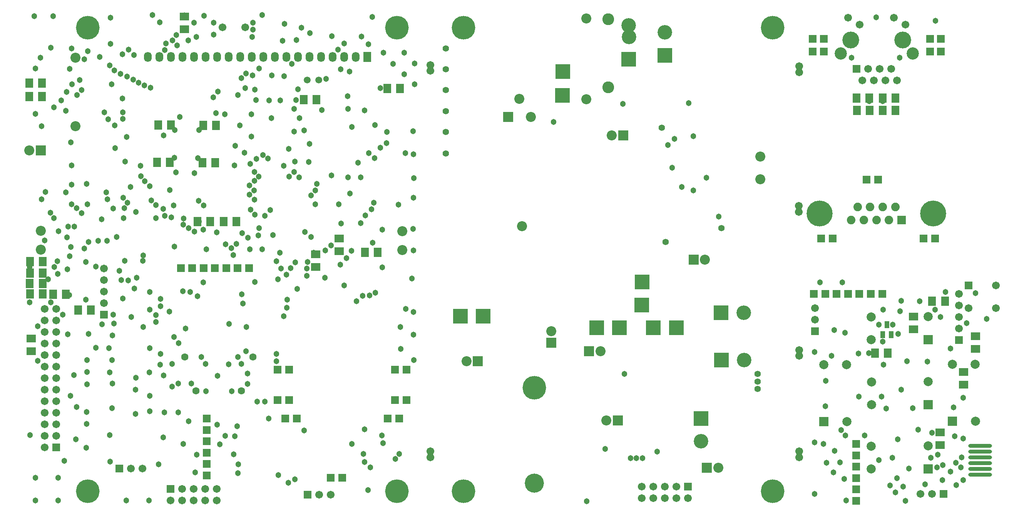
<source format=gbs>
%FSLAX43Y43*%
%MOMM*%
G71*
G01*
G75*
%ADD10C,0.300*%
%ADD11C,0.200*%
%ADD12R,1.600X1.800*%
%ADD13R,0.550X1.450*%
%ADD14R,0.550X1.450*%
%ADD15R,0.850X1.300*%
%ADD16C,0.063*%
%ADD17R,10.200X7.300*%
%ADD18R,3.500X2.150*%
%ADD19R,1.100X2.150*%
%ADD20R,1.100X2.150*%
%ADD21R,0.600X2.200*%
%ADD22R,0.600X2.200*%
%ADD23R,2.200X0.600*%
%ADD24R,2.200X0.600*%
%ADD25R,1.800X1.600*%
%ADD26R,1.300X0.850*%
%ADD27R,1.000X2.600*%
%ADD28R,8.000X3.500*%
%ADD29R,6.000X6.000*%
%ADD30R,4.000X3.000*%
%ADD31R,3.000X4.000*%
%ADD32O,5.000X0.600*%
%ADD33R,0.600X1.550*%
%ADD34R,0.600X1.550*%
%ADD35R,1.700X0.600*%
%ADD36R,1.700X0.600*%
%ADD37R,2.700X2.500*%
%ADD38C,1.000*%
%ADD39C,0.400*%
%ADD40C,0.250*%
%ADD41C,0.500*%
%ADD42C,0.800*%
%ADD43C,0.700*%
%ADD44C,1.500*%
%ADD45C,0.600*%
%ADD46C,2.000*%
%ADD47C,0.254*%
%ADD48R,3.000X3.000*%
%ADD49C,1.500*%
%ADD50R,1.500X1.500*%
%ADD51C,5.000*%
%ADD52C,2.400*%
%ADD53C,4.000*%
%ADD54C,2.000*%
%ADD55R,2.000X2.000*%
%ADD56C,1.300*%
%ADD57C,1.400*%
%ADD58C,5.500*%
%ADD59C,3.000*%
%ADD60C,1.800*%
%ADD61R,1.800X1.800*%
%ADD62C,3.500*%
%ADD63C,2.500*%
%ADD64C,1.690*%
%ADD65R,1.690X1.690*%
%ADD66O,1.500X2.000*%
%ADD67R,1.500X2.000*%
%ADD68C,1.200*%
%ADD69C,1.100*%
%ADD70C,0.180*%
%ADD71C,0.150*%
%ADD72C,0.480*%
%ADD73R,1.803X2.003*%
%ADD74R,0.753X1.653*%
%ADD75R,0.753X1.653*%
%ADD76R,1.053X1.503*%
%ADD77R,10.403X7.503*%
%ADD78R,3.703X2.353*%
%ADD79R,1.303X2.353*%
%ADD80R,1.303X2.353*%
%ADD81R,0.803X2.403*%
%ADD82R,0.803X2.403*%
%ADD83R,2.403X0.803*%
%ADD84R,2.403X0.803*%
%ADD85R,2.003X1.803*%
%ADD86R,1.503X1.053*%
%ADD87R,1.203X2.803*%
%ADD88R,8.203X3.703*%
%ADD89R,6.203X6.203*%
%ADD90R,4.203X3.203*%
%ADD91R,3.203X4.203*%
%ADD92O,5.203X0.803*%
%ADD93R,0.803X1.753*%
%ADD94R,0.803X1.753*%
%ADD95R,1.903X0.803*%
%ADD96R,1.903X0.803*%
%ADD97R,2.903X2.703*%
%ADD98R,3.203X3.203*%
%ADD99C,1.703*%
%ADD100R,1.703X1.703*%
%ADD101C,5.203*%
%ADD102C,2.603*%
%ADD103C,4.203*%
%ADD104C,2.203*%
%ADD105R,2.203X2.203*%
%ADD106C,1.503*%
%ADD107C,1.603*%
%ADD108C,5.703*%
%ADD109C,3.203*%
%ADD110C,2.003*%
%ADD111R,2.003X2.003*%
%ADD112C,3.703*%
%ADD113C,2.703*%
%ADD114C,1.893*%
%ADD115R,1.893X1.893*%
%ADD116O,1.703X2.203*%
%ADD117R,1.703X2.203*%
%ADD118C,1.403*%
%ADD119C,1.303*%
D73*
X107992Y30407D02*
D03*
X105192Y30407D02*
D03*
X-52497Y80597D02*
D03*
X-49697D02*
D03*
X-77903Y43403D02*
D03*
X-80703D02*
D03*
X-17703Y86203D02*
D03*
X-20503D02*
D03*
X-39803Y80503D02*
D03*
X-39903Y72303D02*
D03*
X-42703D02*
D03*
X-52697Y72397D02*
D03*
X-49897D02*
D03*
X-6997Y52597D02*
D03*
X-4197D02*
D03*
X-2097Y88697D02*
D03*
X703D02*
D03*
X-75597Y43397D02*
D03*
X-72797Y43397D02*
D03*
X-80697Y50597D02*
D03*
X-77897D02*
D03*
X-77905Y45712D02*
D03*
X-80705D02*
D03*
X-80697Y47997D02*
D03*
X-77897D02*
D03*
X103938Y86557D02*
D03*
X101138D02*
D03*
X106863Y83843D02*
D03*
X109663D02*
D03*
X109638Y86557D02*
D03*
X106838Y86557D02*
D03*
X101163Y83843D02*
D03*
X103963Y83843D02*
D03*
X117750Y41850D02*
D03*
X120550D02*
D03*
X-43797Y59397D02*
D03*
X-40997D02*
D03*
X-38097D02*
D03*
X-35297D02*
D03*
X-70097Y39897D02*
D03*
X-67297D02*
D03*
X-78003Y89803D02*
D03*
X-80803Y89803D02*
D03*
X-78005Y86912D02*
D03*
X-80805D02*
D03*
X-42603Y80503D02*
D03*
D76*
X107798Y36698D02*
D03*
X106848Y34498D02*
D03*
X108748Y34498D02*
D03*
D85*
X124650Y26250D02*
D03*
X124650Y23450D02*
D03*
X-17803Y52197D02*
D03*
Y49397D02*
D03*
X-12697Y52803D02*
D03*
Y55603D02*
D03*
X-46697Y104503D02*
D03*
X-46697Y101703D02*
D03*
X-80400Y33600D02*
D03*
Y30800D02*
D03*
X127250Y31350D02*
D03*
Y34150D02*
D03*
X113650Y38450D02*
D03*
Y35650D02*
D03*
X119450Y10150D02*
D03*
Y12950D02*
D03*
D92*
X128300Y3650D02*
D03*
Y4925D02*
D03*
Y6200D02*
D03*
Y7450D02*
D03*
Y8725D02*
D03*
Y10000D02*
D03*
D98*
X36555Y92350D02*
D03*
X51000Y95050D02*
D03*
X58951Y95900D02*
D03*
X61455Y36000D02*
D03*
X53911Y40961D02*
D03*
X48955Y36000D02*
D03*
X53955Y46050D02*
D03*
X13955Y38500D02*
D03*
X36455Y87150D02*
D03*
X43955Y36000D02*
D03*
X18955Y38500D02*
D03*
X56455Y36000D02*
D03*
X71300Y39286D02*
D03*
X71400Y28886D02*
D03*
X66897Y16051D02*
D03*
D99*
X92000Y40280D02*
D03*
Y37740D02*
D03*
X131791Y40299D02*
D03*
Y45299D02*
D03*
X125791Y40299D02*
D03*
X102375Y90450D02*
D03*
X103645Y93000D02*
D03*
X104915Y90450D02*
D03*
X106185Y93000D02*
D03*
X107455Y90450D02*
D03*
X108725Y93000D02*
D03*
X109995Y90450D02*
D03*
X99240Y104250D02*
D03*
X101780Y102730D02*
D03*
X109350Y104250D02*
D03*
X111860Y102730D02*
D03*
X53895Y-1490D02*
D03*
X53895Y1050D02*
D03*
X56435Y-1490D02*
D03*
X56435Y1050D02*
D03*
X58975Y-1490D02*
D03*
X58975Y1050D02*
D03*
X61515D02*
D03*
X64055Y-1490D02*
D03*
X61515D02*
D03*
X-55920Y5000D02*
D03*
X-14529Y-711D02*
D03*
X-17069D02*
D03*
X-64400Y46520D02*
D03*
Y49060D02*
D03*
Y43980D02*
D03*
Y41440D02*
D03*
X-47260Y-2040D02*
D03*
X-39640D02*
D03*
Y500D02*
D03*
X-42180Y-2040D02*
D03*
Y500D02*
D03*
X-44720D02*
D03*
X-47260D02*
D03*
X-49800Y-2040D02*
D03*
X-77425Y30000D02*
D03*
X-74880Y27465D02*
D03*
Y24925D02*
D03*
Y30005D02*
D03*
Y17305D02*
D03*
Y14765D02*
D03*
X-77420Y35085D02*
D03*
X-77420Y12225D02*
D03*
X-74880Y37625D02*
D03*
X-77420Y32545D02*
D03*
X-74880D02*
D03*
X-77420Y17305D02*
D03*
X-74880Y19845D02*
D03*
X-77420Y9685D02*
D03*
Y14765D02*
D03*
X-77420Y24925D02*
D03*
X-74880Y12225D02*
D03*
Y22385D02*
D03*
X-77420D02*
D03*
X-77425Y40150D02*
D03*
X-77420Y37625D02*
D03*
X-74880Y40165D02*
D03*
Y35085D02*
D03*
X-77420Y19845D02*
D03*
X-33300Y102100D02*
D03*
X-38300D02*
D03*
X123650Y35840D02*
D03*
Y38380D02*
D03*
Y40920D02*
D03*
Y43460D02*
D03*
X117710Y-550D02*
D03*
X115170D02*
D03*
X-77420Y27465D02*
D03*
X-44720Y-2040D02*
D03*
X-58460Y5000D02*
D03*
X7350Y8850D02*
D03*
Y7500D02*
D03*
Y92550D02*
D03*
Y93850D02*
D03*
X88500Y8850D02*
D03*
Y7500D02*
D03*
Y29800D02*
D03*
Y31100D02*
D03*
Y93550D02*
D03*
Y92250D02*
D03*
X88450Y62800D02*
D03*
Y61450D02*
D03*
D100*
X92000Y35200D02*
D03*
X125791Y45299D02*
D03*
X101105Y93000D02*
D03*
X-32500Y49100D02*
D03*
X64055Y1050D02*
D03*
X-61000Y5000D02*
D03*
X-400Y26800D02*
D03*
Y20050D02*
D03*
X500Y16000D02*
D03*
X2100Y20050D02*
D03*
X-26200Y26800D02*
D03*
X-23700D02*
D03*
X-24500Y16000D02*
D03*
X-22000D02*
D03*
X-19609Y-711D02*
D03*
X-14500Y3000D02*
D03*
X-12000D02*
D03*
X-2000Y16000D02*
D03*
X-45000Y49100D02*
D03*
X-47500D02*
D03*
X-64400Y38900D02*
D03*
X-41800Y16000D02*
D03*
X-41800Y13500D02*
D03*
Y11000D02*
D03*
Y8500D02*
D03*
Y6000D02*
D03*
X-41800Y3500D02*
D03*
X-42500Y49100D02*
D03*
X-40000D02*
D03*
X-37500D02*
D03*
X-35000D02*
D03*
X106750Y43450D02*
D03*
X101050Y2900D02*
D03*
X101050Y400D02*
D03*
X101050Y10400D02*
D03*
Y7900D02*
D03*
Y5400D02*
D03*
X91750Y43450D02*
D03*
X94250Y43450D02*
D03*
X96750Y43450D02*
D03*
X99250Y43450D02*
D03*
X101750Y43450D02*
D03*
X104250Y43450D02*
D03*
X101050Y-2100D02*
D03*
X93950Y96800D02*
D03*
X93950Y99600D02*
D03*
X91450Y99600D02*
D03*
X117250D02*
D03*
X119650D02*
D03*
X91450Y96800D02*
D03*
X117250D02*
D03*
X118350Y55600D02*
D03*
X115850D02*
D03*
X105850Y68600D02*
D03*
X103350D02*
D03*
X95850Y55600D02*
D03*
X93350D02*
D03*
X2100Y26800D02*
D03*
X-23700Y20050D02*
D03*
X-26200D02*
D03*
X-74880Y9685D02*
D03*
X119650Y96800D02*
D03*
X123650Y33300D02*
D03*
X120250Y-550D02*
D03*
X-49800Y500D02*
D03*
D101*
X30245Y22795D02*
D03*
X82700Y102000D02*
D03*
X14700D02*
D03*
X14700Y0D02*
D03*
X0Y102000D02*
D03*
X0Y0D02*
D03*
X82700D02*
D03*
X-68000D02*
D03*
Y102000D02*
D03*
D102*
X46500Y88900D02*
D03*
X46500Y103900D02*
D03*
D103*
X30246Y1795D02*
D03*
D104*
X27555Y58350D02*
D03*
X70716Y5142D02*
D03*
X46093Y15558D02*
D03*
X44816Y30792D02*
D03*
X47293Y78358D02*
D03*
X67766Y50992D02*
D03*
X33974Y35204D02*
D03*
X15343Y28658D02*
D03*
X79949Y68704D02*
D03*
Y73704D02*
D03*
X-70700Y95400D02*
D03*
Y80400D02*
D03*
X-80800Y75000D02*
D03*
X41708Y104093D02*
D03*
Y86313D02*
D03*
X29455Y82400D02*
D03*
X26955Y86400D02*
D03*
X1200Y53100D02*
D03*
X-78300Y57300D02*
D03*
X1200Y57250D02*
D03*
X-78300Y53150D02*
D03*
D105*
X68216Y5142D02*
D03*
X48593Y15558D02*
D03*
X42316Y30792D02*
D03*
X49793Y78358D02*
D03*
X65266Y50992D02*
D03*
X33974Y32704D02*
D03*
X17843Y28658D02*
D03*
X-78300Y75000D02*
D03*
X24455Y82400D02*
D03*
D106*
X-19700Y90500D02*
D03*
X-17200D02*
D03*
D107*
X-46644Y29590D02*
D03*
X-31644Y29590D02*
D03*
X-34144Y22090D02*
D03*
X-44144D02*
D03*
D108*
X92996Y61136D02*
D03*
X117986D02*
D03*
D109*
X51000Y102550D02*
D03*
X51050Y100000D02*
D03*
X58951Y101000D02*
D03*
X76300Y39286D02*
D03*
X76400Y28886D02*
D03*
X66897Y11051D02*
D03*
D110*
X104400Y24050D02*
D03*
Y19050D02*
D03*
X116900Y24130D02*
D03*
X104350Y33400D02*
D03*
X116850Y38480D02*
D03*
X104350Y38400D02*
D03*
X104350Y4900D02*
D03*
X116850Y9980D02*
D03*
X104350Y9900D02*
D03*
X127300Y15450D02*
D03*
X122220Y27950D02*
D03*
X127220D02*
D03*
X93950Y27850D02*
D03*
X99030Y15350D02*
D03*
X98950Y27850D02*
D03*
D111*
X116900Y19050D02*
D03*
X116850Y33400D02*
D03*
X116850Y4900D02*
D03*
X122220Y15450D02*
D03*
X93950Y15350D02*
D03*
D112*
X99850Y99350D02*
D03*
X111250D02*
D03*
D113*
X113450Y96350D02*
D03*
X97650D02*
D03*
D114*
X99951Y59716D02*
D03*
X109646Y62556D02*
D03*
X108261Y59716D02*
D03*
X106876Y62556D02*
D03*
X105491Y59716D02*
D03*
X104106Y62556D02*
D03*
X102721Y59716D02*
D03*
X101336Y62556D02*
D03*
D115*
X111031Y59716D02*
D03*
D116*
X-26843Y95631D02*
D03*
X-16683D02*
D03*
X-14143D02*
D03*
X-47163D02*
D03*
X-44623D02*
D03*
X-42083D02*
D03*
X-39543D02*
D03*
X-37003D02*
D03*
X-34463D02*
D03*
X-31923D02*
D03*
X-29383D02*
D03*
X-49703D02*
D03*
X-19223D02*
D03*
X-54783D02*
D03*
X-52243D02*
D03*
X-24303D02*
D03*
X-11603D02*
D03*
X-9063D02*
D03*
X-21763D02*
D03*
D117*
X-6523D02*
D03*
D118*
X10800Y92850D02*
D03*
Y88350D02*
D03*
Y83700D02*
D03*
Y79050D02*
D03*
Y74350D02*
D03*
Y97450D02*
D03*
X79368Y25850D02*
D03*
X79352Y22557D02*
D03*
X79355Y24157D02*
D03*
X71405Y57950D02*
D03*
X59105Y54850D02*
D03*
X58255Y80000D02*
D03*
D119*
X109048Y36698D02*
D03*
X120650Y43850D02*
D03*
X110950Y41900D02*
D03*
X115000Y41850D02*
D03*
X96200Y35450D02*
D03*
X106000Y36650D02*
D03*
X97950Y45950D02*
D03*
X93050D02*
D03*
X94350Y24350D02*
D03*
X94250Y18750D02*
D03*
X122700Y12100D02*
D03*
X111400Y1000D02*
D03*
X106050Y6850D02*
D03*
X110950Y22350D02*
D03*
X107050Y27850D02*
D03*
X112250Y28650D02*
D03*
X116700Y28550D02*
D03*
X121800Y31400D02*
D03*
X129700Y37950D02*
D03*
X125350Y37000D02*
D03*
X122450Y18450D02*
D03*
X113500Y18300D02*
D03*
X107600Y18250D02*
D03*
X112600Y5000D02*
D03*
X103800Y30400D02*
D03*
X98600Y34900D02*
D03*
X106850Y32950D02*
D03*
X110300Y34650D02*
D03*
X110700Y39650D02*
D03*
X107000Y39950D02*
D03*
X-25500Y49050D02*
D03*
X-7050Y83850D02*
D03*
X57255Y8700D02*
D03*
X45855Y9350D02*
D03*
X51405Y7300D02*
D03*
X52705D02*
D03*
X54005D02*
D03*
X41755Y-2150D02*
D03*
X62655Y67000D02*
D03*
X65205Y66200D02*
D03*
X70805Y60450D02*
D03*
X65255Y78150D02*
D03*
X68105Y69000D02*
D03*
X50105Y25850D02*
D03*
X59605Y76200D02*
D03*
X64205Y85400D02*
D03*
X49705Y85300D02*
D03*
X34505Y81300D02*
D03*
X60555Y71200D02*
D03*
X61055Y77550D02*
D03*
X109650Y-250D02*
D03*
X111850Y-2100D02*
D03*
X120000Y2450D02*
D03*
X124550D02*
D03*
X120050Y5800D02*
D03*
X124100Y5300D02*
D03*
X110150Y11450D02*
D03*
X110000Y2850D02*
D03*
X118850Y5250D02*
D03*
X121800Y4300D02*
D03*
X116200Y1500D02*
D03*
X123050Y1400D02*
D03*
X123000Y6300D02*
D03*
X124200Y7450D02*
D03*
X108500Y1300D02*
D03*
X108950Y7400D02*
D03*
X117500Y7350D02*
D03*
X119000Y8050D02*
D03*
X101650Y20850D02*
D03*
X106600D02*
D03*
X124550Y20550D02*
D03*
Y11600D02*
D03*
X-72750Y83750D02*
D03*
X-30950Y86150D02*
D03*
X-40300Y100550D02*
D03*
X-48450Y100400D02*
D03*
X-34950Y87200D02*
D03*
X-34150Y90950D02*
D03*
X118450Y103550D02*
D03*
X105400Y104350D02*
D03*
X-51100Y17350D02*
D03*
X-48050Y23750D02*
D03*
Y17400D02*
D03*
X-72000Y43150D02*
D03*
X-80750Y41550D02*
D03*
X-5400Y104400D02*
D03*
X-62950Y104250D02*
D03*
X-42000Y22000D02*
D03*
X-36300D02*
D03*
X-44350Y4200D02*
D03*
X93800Y10400D02*
D03*
X-28200Y16000D02*
D03*
X-7050Y13650D02*
D03*
X-49050Y62950D02*
D03*
X-51400Y62150D02*
D03*
X-52000Y42350D02*
D03*
X-62400Y38850D02*
D03*
X-46900Y60050D02*
D03*
X-70900Y58300D02*
D03*
X-68400Y42200D02*
D03*
X-71900Y51750D02*
D03*
X-47000Y58700D02*
D03*
X-74400Y57250D02*
D03*
X-74650Y50600D02*
D03*
X-68350Y50500D02*
D03*
X-45800Y57950D02*
D03*
X-72550Y55900D02*
D03*
X-72450Y48850D02*
D03*
X-61600Y55950D02*
D03*
X-60600Y46500D02*
D03*
X-59250Y63500D02*
D03*
X-68700Y95100D02*
D03*
X-60150Y64650D02*
D03*
X-68000Y96850D02*
D03*
X-50800Y98550D02*
D03*
X-62950Y98450D02*
D03*
X-49300Y99250D02*
D03*
X-46700Y104750D02*
D03*
X-65300Y95600D02*
D03*
X-18300Y52500D02*
D03*
X-7050Y52600D02*
D03*
X-11050Y51279D02*
D03*
X-12750Y55500D02*
D03*
X-15700Y53000D02*
D03*
X-12450Y49850D02*
D03*
X-3250Y12300D02*
D03*
X-20400Y13400D02*
D03*
X-22400Y2600D02*
D03*
X-21700Y88450D02*
D03*
X-31200Y88400D02*
D03*
X-27450Y91500D02*
D03*
X-31750Y91550D02*
D03*
X-44100Y100000D02*
D03*
X-31850Y100000D02*
D03*
X-25150Y99150D02*
D03*
X-45900Y99200D02*
D03*
X-67800Y34600D02*
D03*
X-72350Y34550D02*
D03*
X110600Y95400D02*
D03*
X100000D02*
D03*
X106850Y85900D02*
D03*
X103950D02*
D03*
X98650Y12250D02*
D03*
X97500Y6350D02*
D03*
X94550Y6300D02*
D03*
X91850Y10800D02*
D03*
X91850Y30650D02*
D03*
X98450Y2750D02*
D03*
X95600Y29800D02*
D03*
X96250Y8900D02*
D03*
X127300Y43600D02*
D03*
X118400Y40000D02*
D03*
X102900Y12250D02*
D03*
X117750Y12900D02*
D03*
X119600Y38400D02*
D03*
X-78400Y95400D02*
D03*
X101500Y30300D02*
D03*
X114650Y13550D02*
D03*
X97700Y13450D02*
D03*
X-44000Y8050D02*
D03*
X-37750Y12200D02*
D03*
X-34950Y29550D02*
D03*
X-42950Y29600D02*
D03*
X-73100Y6700D02*
D03*
X-53000Y37250D02*
D03*
X-33050Y36150D02*
D03*
X-68300Y9600D02*
D03*
X-68250Y14850D02*
D03*
X-68200Y17450D02*
D03*
X-62600Y18297D02*
D03*
X-70400Y18550D02*
D03*
X-61050Y48500D02*
D03*
X-63100Y93750D02*
D03*
X-62150Y92600D02*
D03*
X-60800Y91850D02*
D03*
X-59350Y91250D02*
D03*
X-58000Y90600D02*
D03*
X-56750Y89900D02*
D03*
X-55500Y89300D02*
D03*
X-54200Y88800D02*
D03*
X-27800Y61900D02*
D03*
X-29050Y19700D02*
D03*
X-29050Y60650D02*
D03*
X-7300Y8250D02*
D03*
X550D02*
D03*
X-7050Y6450D02*
D03*
X-350Y7150D02*
D03*
X-26050Y3600D02*
D03*
X-5800Y5300D02*
D03*
X-9850Y10450D02*
D03*
X-3000Y10600D02*
D03*
X-23850Y1850D02*
D03*
X-6300Y300D02*
D03*
X-30750Y19750D02*
D03*
X-4700Y43700D02*
D03*
X-6000Y43100D02*
D03*
X-7500Y43000D02*
D03*
X-8850Y41800D02*
D03*
X-34150Y28000D02*
D03*
X-26500Y30250D02*
D03*
X-46450Y35800D02*
D03*
X-55800Y36150D02*
D03*
X-54350Y17600D02*
D03*
X-45200Y23700D02*
D03*
X-32850Y23650D02*
D03*
X-7950Y59000D02*
D03*
X-6900Y60700D02*
D03*
X-5550Y62050D02*
D03*
X-5050Y63500D02*
D03*
X2000Y40150D02*
D03*
X-19800Y47450D02*
D03*
X-24300Y47700D02*
D03*
X-30400Y69300D02*
D03*
X-31300Y70300D02*
D03*
X-23350Y49100D02*
D03*
X-19750Y49000D02*
D03*
X-31300Y68300D02*
D03*
X-22350Y50400D02*
D03*
X-19650Y50450D02*
D03*
X-32400Y67350D02*
D03*
X-31350Y66250D02*
D03*
X-32400Y65250D02*
D03*
X-31300Y64200D02*
D03*
X-4900Y73350D02*
D03*
X-6150Y74400D02*
D03*
X-62550Y34297D02*
D03*
X-53000Y38750D02*
D03*
X-69300Y61200D02*
D03*
X-69350Y88350D02*
D03*
X-39350Y88000D02*
D03*
X-62350Y62200D02*
D03*
X-70450Y62350D02*
D03*
X-70300Y87250D02*
D03*
X-40350Y86700D02*
D03*
X-11600Y98550D02*
D03*
X-51000Y97100D02*
D03*
X-48350Y98100D02*
D03*
X-22100Y99350D02*
D03*
X-34955Y4000D02*
D03*
X-52400Y5950D02*
D03*
X-54350Y21000D02*
D03*
X-68100Y23550D02*
D03*
X-62547Y23700D02*
D03*
X-71000Y25600D02*
D03*
X-75350Y49400D02*
D03*
X-66150Y49450D02*
D03*
X-74550Y47850D02*
D03*
X-63100Y26200D02*
D03*
X-54400D02*
D03*
X-68150Y28850D02*
D03*
Y26250D02*
D03*
X-76650Y46700D02*
D03*
X-64950Y59900D02*
D03*
X-66150Y31550D02*
D03*
X-63300Y31500D02*
D03*
X-54300D02*
D03*
X-75400Y60150D02*
D03*
X-77650Y50300D02*
D03*
X-63650Y64300D02*
D03*
X-78100D02*
D03*
X-36000Y52000D02*
D03*
X-55850Y50700D02*
D03*
X-59850D02*
D03*
X-62200Y36900D02*
D03*
X-58400Y38400D02*
D03*
X-54350Y39950D02*
D03*
X-64850Y36750D02*
D03*
X-72750Y65800D02*
D03*
X-77300Y65900D02*
D03*
X-62650Y28897D02*
D03*
X-52000Y30200D02*
D03*
X-51950Y40700D02*
D03*
X-47950Y32600D02*
D03*
X-48950Y53900D02*
D03*
X-49000Y33950D02*
D03*
X-30300Y93100D02*
D03*
X-29450Y74000D02*
D03*
X-28350Y73250D02*
D03*
X-52050Y27900D02*
D03*
X-51000Y60600D02*
D03*
X-32150Y61950D02*
D03*
X-50050Y39550D02*
D03*
X-49600Y60300D02*
D03*
X-31200Y60850D02*
D03*
X-78150Y80400D02*
D03*
X-53700Y104800D02*
D03*
X-34850Y5950D02*
D03*
X-35600Y12100D02*
D03*
X-35100Y14300D02*
D03*
X-37650Y54350D02*
D03*
X-68750Y53400D02*
D03*
X-35300Y54450D02*
D03*
X-32700Y55800D02*
D03*
X-60300Y86450D02*
D03*
X-73800Y86050D02*
D03*
X-60250Y83400D02*
D03*
X-64300D02*
D03*
X-58600Y66950D02*
D03*
X-56300Y69350D02*
D03*
X-55400Y68250D02*
D03*
X-54300Y67150D02*
D03*
X-52950Y63000D02*
D03*
X-42500Y62950D02*
D03*
X-39600Y57000D02*
D03*
X-34050Y56800D02*
D03*
X-34100Y43400D02*
D03*
X-60250Y82000D02*
D03*
X-63450Y81850D02*
D03*
X-43550Y63900D02*
D03*
X-45400Y43900D02*
D03*
X-21900Y44550D02*
D03*
X-36900Y36850D02*
D03*
X-24850Y38500D02*
D03*
X-7800Y100100D02*
D03*
X-24700Y102900D02*
D03*
X-29600Y104800D02*
D03*
X-42600Y46007D02*
D03*
X-59050Y46400D02*
D03*
X-60100Y60100D02*
D03*
X-76150Y61350D02*
D03*
X-57250Y47000D02*
D03*
X-63900Y65800D02*
D03*
X-59950Y62300D02*
D03*
X-68050Y63150D02*
D03*
X-68200Y67700D02*
D03*
X-59750Y72600D02*
D03*
X-32300Y53250D02*
D03*
X-29600Y53250D02*
D03*
X-3600Y88750D02*
D03*
X1850Y74400D02*
D03*
X-30900Y73200D02*
D03*
X-12750Y63200D02*
D03*
X-22450Y72600D02*
D03*
X-23650Y69300D02*
D03*
X-22550Y70250D02*
D03*
X-21500Y69100D02*
D03*
X-55800Y51950D02*
D03*
X-25750Y52500D02*
D03*
X-24850Y71650D02*
D03*
X-32200Y72050D02*
D03*
X-75450Y84500D02*
D03*
X-22150Y86100D02*
D03*
X-27550Y82150D02*
D03*
X-21400D02*
D03*
X-3600Y75600D02*
D03*
X-23800Y75400D02*
D03*
X-33350Y88700D02*
D03*
X-33150Y91950D02*
D03*
X-24750Y91400D02*
D03*
X-26450Y50650D02*
D03*
X-20400Y79450D02*
D03*
X-9900Y80150D02*
D03*
X-20200Y57100D02*
D03*
X-19350Y72500D02*
D03*
X-8500Y72350D02*
D03*
X-12350Y92900D02*
D03*
X-17550Y67650D02*
D03*
X-17900Y66250D02*
D03*
X-18850Y65150D02*
D03*
X-43850Y42950D02*
D03*
X-54350Y43900D02*
D03*
X-53000Y60150D02*
D03*
X-57400Y61450D02*
D03*
X-48600Y70200D02*
D03*
X-14450Y54100D02*
D03*
X-24200Y40400D02*
D03*
X-24100Y42200D02*
D03*
X-11600Y45300D02*
D03*
X3350Y46850D02*
D03*
X-9950Y52900D02*
D03*
X-35500Y76000D02*
D03*
X-2250Y76600D02*
D03*
X-19200Y76500D02*
D03*
X-12700Y52750D02*
D03*
X-48800Y79550D02*
D03*
X-43750Y73350D02*
D03*
X-48900Y73450D02*
D03*
X-35700Y71750D02*
D03*
X-39800Y83250D02*
D03*
X-37800Y82950D02*
D03*
X-47700Y82400D02*
D03*
X-56350Y71600D02*
D03*
X-49950Y66300D02*
D03*
X-44500Y70050D02*
D03*
X-3150Y57600D02*
D03*
X-5350Y54700D02*
D03*
X-12250Y58900D02*
D03*
X-18850Y56000D02*
D03*
X-14350Y69500D02*
D03*
X-10750Y69100D02*
D03*
X-7950D02*
D03*
X-10300Y65550D02*
D03*
X-10750Y84150D02*
D03*
X-10800Y86950D02*
D03*
X-10400Y92400D02*
D03*
X-16450Y83950D02*
D03*
X-22550Y79150D02*
D03*
Y84150D02*
D03*
X-23100Y94100D02*
D03*
X-14250Y100200D02*
D03*
X-6200Y98400D02*
D03*
X-2950Y96550D02*
D03*
X1600D02*
D03*
X-850Y94100D02*
D03*
X3950Y94200D02*
D03*
X1650Y91800D02*
D03*
X3950Y89550D02*
D03*
X-2200Y79100D02*
D03*
X-4800Y80650D02*
D03*
X3600Y79300D02*
D03*
X3700Y74150D02*
D03*
X3750Y68950D02*
D03*
X3700Y64600D02*
D03*
X350Y63100D02*
D03*
X3600Y57750D02*
D03*
X3650Y53000D02*
D03*
X-26150Y46700D02*
D03*
X-15800Y47000D02*
D03*
X-3150Y49300D02*
D03*
X800Y36200D02*
D03*
X850Y31300D02*
D03*
X-26450Y28650D02*
D03*
X-35900Y8150D02*
D03*
X-38900Y10350D02*
D03*
X-36950Y27950D02*
D03*
X-39450Y25450D02*
D03*
X-42050Y28000D02*
D03*
X-45800Y15450D02*
D03*
X-39500Y14700D02*
D03*
X-46950Y10450D02*
D03*
X-51350Y11900D02*
D03*
X-54500Y-2000D02*
D03*
X-59500D02*
D03*
X-74450Y-2050D02*
D03*
X-79499D02*
D03*
X-74500Y3000D02*
D03*
X-79500Y3000D02*
D03*
X-80699Y12400D02*
D03*
X-70550Y11450D02*
D03*
X-63050Y6500D02*
D03*
X-63099Y12350D02*
D03*
X-49450Y23000D02*
D03*
Y28000D02*
D03*
X-57500Y17050D02*
D03*
Y22400D02*
D03*
X-57400Y25000D02*
D03*
X-78950Y28750D02*
D03*
Y36350D02*
D03*
X-73450Y38900D02*
D03*
X-60299Y42450D02*
D03*
X-57700Y44600D02*
D03*
X-62050Y80500D02*
D03*
X-61950Y75500D02*
D03*
X-59450Y77950D02*
D03*
X-71700Y53800D02*
D03*
X-20950Y102050D02*
D03*
X-31950Y82950D02*
D03*
Y78050D02*
D03*
X-34500Y80500D02*
D03*
X-33500Y74500D02*
D03*
X-32850Y25950D02*
D03*
X-33150Y30800D02*
D03*
X-31250Y46050D02*
D03*
X-33850Y41350D02*
D03*
X-47050Y44000D02*
D03*
X-31650Y103150D02*
D03*
X-40250Y103100D02*
D03*
X-44600D02*
D03*
X-52150Y103200D02*
D03*
X-71550Y97500D02*
D03*
X-79750Y104600D02*
D03*
X-75600Y104550D02*
D03*
X-76099Y97600D02*
D03*
X-79500Y93050D02*
D03*
X-71950Y93000D02*
D03*
X-72600Y87900D02*
D03*
X-69700Y90550D02*
D03*
X-12950Y97250D02*
D03*
X-71500Y71750D02*
D03*
X-59000Y97200D02*
D03*
X-60300Y96150D02*
D03*
X-51250Y78350D02*
D03*
X-63699Y55150D02*
D03*
X-65700Y55100D02*
D03*
X-67800Y54850D02*
D03*
X-71550Y63200D02*
D03*
X-42400Y104700D02*
D03*
X-17950Y63150D02*
D03*
X91900Y-600D02*
D03*
X98800Y-2050D02*
D03*
X96050Y4200D02*
D03*
X3700Y39450D02*
D03*
X3650Y34450D02*
D03*
X3750Y28900D02*
D03*
X-15550Y90800D02*
D03*
X-27250Y56400D02*
D03*
X-30450Y56350D02*
D03*
X-30300Y57950D02*
D03*
X-36400Y53550D02*
D03*
X-44550Y57200D02*
D03*
X-53950Y64000D02*
D03*
X-43500Y59400D02*
D03*
X-42600Y57550D02*
D03*
X-41850Y53250D02*
D03*
X-62700Y89550D02*
D03*
X-76100Y41600D02*
D03*
X-77450Y55200D02*
D03*
X-72300Y58300D02*
D03*
X-71400Y89550D02*
D03*
X-79500Y83050D02*
D03*
X-71650Y76800D02*
D03*
X-71550Y67450D02*
D03*
X-80750Y49400D02*
D03*
X-57800Y96000D02*
D03*
X-51300Y25500D02*
D03*
X-19093Y100888D02*
D03*
X-31600Y101600D02*
D03*
X-28100Y86000D02*
D03*
X-25600D02*
D03*
X-43500Y79500D02*
D03*
X-71800Y21000D02*
D03*
M02*

</source>
